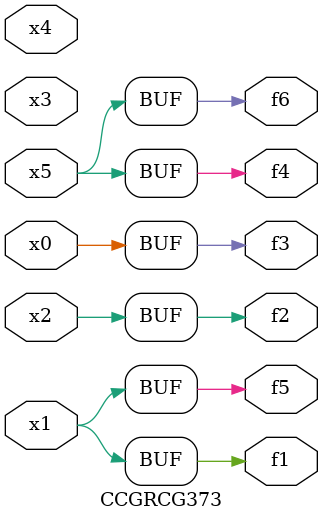
<source format=v>
module CCGRCG373(
	input x0, x1, x2, x3, x4, x5,
	output f1, f2, f3, f4, f5, f6
);
	assign f1 = x1;
	assign f2 = x2;
	assign f3 = x0;
	assign f4 = x5;
	assign f5 = x1;
	assign f6 = x5;
endmodule

</source>
